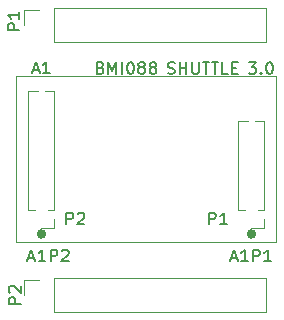
<source format=gbr>
%TF.GenerationSoftware,KiCad,Pcbnew,(7.0.0-0)*%
%TF.CreationDate,2023-10-19T00:03:18+09:00*%
%TF.ProjectId,shuttle-adaptor,73687574-746c-4652-9d61-646170746f72,rev?*%
%TF.SameCoordinates,Original*%
%TF.FileFunction,Legend,Top*%
%TF.FilePolarity,Positive*%
%FSLAX46Y46*%
G04 Gerber Fmt 4.6, Leading zero omitted, Abs format (unit mm)*
G04 Created by KiCad (PCBNEW (7.0.0-0)) date 2023-10-19 00:03:18*
%MOMM*%
%LPD*%
G01*
G04 APERTURE LIST*
%ADD10C,0.100000*%
%ADD11C,0.150000*%
%ADD12C,0.120000*%
%ADD13C,0.400000*%
G04 APERTURE END LIST*
D10*
X125730000Y-91440000D02*
X125730000Y-90170000D01*
X125730000Y-68580000D02*
X125730000Y-67310000D01*
X128250000Y-67127000D02*
X146250000Y-67127000D01*
X146250000Y-67127000D02*
X146250000Y-69996000D01*
X146250000Y-69996000D02*
X128250000Y-69996000D01*
X128250000Y-69996000D02*
X128250000Y-67127000D01*
X128250000Y-89987000D02*
X146250000Y-89987000D01*
X146250000Y-89987000D02*
X146250000Y-92856000D01*
X146250000Y-92856000D02*
X128250000Y-92856000D01*
X128250000Y-92856000D02*
X128250000Y-89987000D01*
X125730000Y-90170000D02*
X127000000Y-90170000D01*
X125730000Y-67310000D02*
X127000000Y-67310000D01*
D11*
%TO.C,A1*%
X126505714Y-72381666D02*
X126981904Y-72381666D01*
X126410476Y-72667380D02*
X126743809Y-71667380D01*
X126743809Y-71667380D02*
X127077142Y-72667380D01*
X127934285Y-72667380D02*
X127362857Y-72667380D01*
X127648571Y-72667380D02*
X127648571Y-71667380D01*
X127648571Y-71667380D02*
X127553333Y-71810238D01*
X127553333Y-71810238D02*
X127458095Y-71905476D01*
X127458095Y-71905476D02*
X127362857Y-71953095D01*
X143285476Y-88306666D02*
X143761666Y-88306666D01*
X143190238Y-88592380D02*
X143523571Y-87592380D01*
X143523571Y-87592380D02*
X143856904Y-88592380D01*
X144714047Y-88592380D02*
X144142619Y-88592380D01*
X144428333Y-88592380D02*
X144428333Y-87592380D01*
X144428333Y-87592380D02*
X144333095Y-87735238D01*
X144333095Y-87735238D02*
X144237857Y-87830476D01*
X144237857Y-87830476D02*
X144142619Y-87878095D01*
X145142619Y-88592380D02*
X145142619Y-87592380D01*
X145142619Y-87592380D02*
X145523571Y-87592380D01*
X145523571Y-87592380D02*
X145618809Y-87640000D01*
X145618809Y-87640000D02*
X145666428Y-87687619D01*
X145666428Y-87687619D02*
X145714047Y-87782857D01*
X145714047Y-87782857D02*
X145714047Y-87925714D01*
X145714047Y-87925714D02*
X145666428Y-88020952D01*
X145666428Y-88020952D02*
X145618809Y-88068571D01*
X145618809Y-88068571D02*
X145523571Y-88116190D01*
X145523571Y-88116190D02*
X145142619Y-88116190D01*
X146666428Y-88592380D02*
X146095000Y-88592380D01*
X146380714Y-88592380D02*
X146380714Y-87592380D01*
X146380714Y-87592380D02*
X146285476Y-87735238D01*
X146285476Y-87735238D02*
X146190238Y-87830476D01*
X146190238Y-87830476D02*
X146095000Y-87878095D01*
X141428095Y-85452380D02*
X141428095Y-84452380D01*
X141428095Y-84452380D02*
X141809047Y-84452380D01*
X141809047Y-84452380D02*
X141904285Y-84500000D01*
X141904285Y-84500000D02*
X141951904Y-84547619D01*
X141951904Y-84547619D02*
X141999523Y-84642857D01*
X141999523Y-84642857D02*
X141999523Y-84785714D01*
X141999523Y-84785714D02*
X141951904Y-84880952D01*
X141951904Y-84880952D02*
X141904285Y-84928571D01*
X141904285Y-84928571D02*
X141809047Y-84976190D01*
X141809047Y-84976190D02*
X141428095Y-84976190D01*
X142951904Y-85452380D02*
X142380476Y-85452380D01*
X142666190Y-85452380D02*
X142666190Y-84452380D01*
X142666190Y-84452380D02*
X142570952Y-84595238D01*
X142570952Y-84595238D02*
X142475714Y-84690476D01*
X142475714Y-84690476D02*
X142380476Y-84738095D01*
X132236428Y-72193571D02*
X132379285Y-72241190D01*
X132379285Y-72241190D02*
X132426904Y-72288809D01*
X132426904Y-72288809D02*
X132474523Y-72384047D01*
X132474523Y-72384047D02*
X132474523Y-72526904D01*
X132474523Y-72526904D02*
X132426904Y-72622142D01*
X132426904Y-72622142D02*
X132379285Y-72669761D01*
X132379285Y-72669761D02*
X132284047Y-72717380D01*
X132284047Y-72717380D02*
X131903095Y-72717380D01*
X131903095Y-72717380D02*
X131903095Y-71717380D01*
X131903095Y-71717380D02*
X132236428Y-71717380D01*
X132236428Y-71717380D02*
X132331666Y-71765000D01*
X132331666Y-71765000D02*
X132379285Y-71812619D01*
X132379285Y-71812619D02*
X132426904Y-71907857D01*
X132426904Y-71907857D02*
X132426904Y-72003095D01*
X132426904Y-72003095D02*
X132379285Y-72098333D01*
X132379285Y-72098333D02*
X132331666Y-72145952D01*
X132331666Y-72145952D02*
X132236428Y-72193571D01*
X132236428Y-72193571D02*
X131903095Y-72193571D01*
X132903095Y-72717380D02*
X132903095Y-71717380D01*
X132903095Y-71717380D02*
X133236428Y-72431666D01*
X133236428Y-72431666D02*
X133569761Y-71717380D01*
X133569761Y-71717380D02*
X133569761Y-72717380D01*
X134045952Y-72717380D02*
X134045952Y-71717380D01*
X134712618Y-71717380D02*
X134807856Y-71717380D01*
X134807856Y-71717380D02*
X134903094Y-71765000D01*
X134903094Y-71765000D02*
X134950713Y-71812619D01*
X134950713Y-71812619D02*
X134998332Y-71907857D01*
X134998332Y-71907857D02*
X135045951Y-72098333D01*
X135045951Y-72098333D02*
X135045951Y-72336428D01*
X135045951Y-72336428D02*
X134998332Y-72526904D01*
X134998332Y-72526904D02*
X134950713Y-72622142D01*
X134950713Y-72622142D02*
X134903094Y-72669761D01*
X134903094Y-72669761D02*
X134807856Y-72717380D01*
X134807856Y-72717380D02*
X134712618Y-72717380D01*
X134712618Y-72717380D02*
X134617380Y-72669761D01*
X134617380Y-72669761D02*
X134569761Y-72622142D01*
X134569761Y-72622142D02*
X134522142Y-72526904D01*
X134522142Y-72526904D02*
X134474523Y-72336428D01*
X134474523Y-72336428D02*
X134474523Y-72098333D01*
X134474523Y-72098333D02*
X134522142Y-71907857D01*
X134522142Y-71907857D02*
X134569761Y-71812619D01*
X134569761Y-71812619D02*
X134617380Y-71765000D01*
X134617380Y-71765000D02*
X134712618Y-71717380D01*
X135617380Y-72145952D02*
X135522142Y-72098333D01*
X135522142Y-72098333D02*
X135474523Y-72050714D01*
X135474523Y-72050714D02*
X135426904Y-71955476D01*
X135426904Y-71955476D02*
X135426904Y-71907857D01*
X135426904Y-71907857D02*
X135474523Y-71812619D01*
X135474523Y-71812619D02*
X135522142Y-71765000D01*
X135522142Y-71765000D02*
X135617380Y-71717380D01*
X135617380Y-71717380D02*
X135807856Y-71717380D01*
X135807856Y-71717380D02*
X135903094Y-71765000D01*
X135903094Y-71765000D02*
X135950713Y-71812619D01*
X135950713Y-71812619D02*
X135998332Y-71907857D01*
X135998332Y-71907857D02*
X135998332Y-71955476D01*
X135998332Y-71955476D02*
X135950713Y-72050714D01*
X135950713Y-72050714D02*
X135903094Y-72098333D01*
X135903094Y-72098333D02*
X135807856Y-72145952D01*
X135807856Y-72145952D02*
X135617380Y-72145952D01*
X135617380Y-72145952D02*
X135522142Y-72193571D01*
X135522142Y-72193571D02*
X135474523Y-72241190D01*
X135474523Y-72241190D02*
X135426904Y-72336428D01*
X135426904Y-72336428D02*
X135426904Y-72526904D01*
X135426904Y-72526904D02*
X135474523Y-72622142D01*
X135474523Y-72622142D02*
X135522142Y-72669761D01*
X135522142Y-72669761D02*
X135617380Y-72717380D01*
X135617380Y-72717380D02*
X135807856Y-72717380D01*
X135807856Y-72717380D02*
X135903094Y-72669761D01*
X135903094Y-72669761D02*
X135950713Y-72622142D01*
X135950713Y-72622142D02*
X135998332Y-72526904D01*
X135998332Y-72526904D02*
X135998332Y-72336428D01*
X135998332Y-72336428D02*
X135950713Y-72241190D01*
X135950713Y-72241190D02*
X135903094Y-72193571D01*
X135903094Y-72193571D02*
X135807856Y-72145952D01*
X136569761Y-72145952D02*
X136474523Y-72098333D01*
X136474523Y-72098333D02*
X136426904Y-72050714D01*
X136426904Y-72050714D02*
X136379285Y-71955476D01*
X136379285Y-71955476D02*
X136379285Y-71907857D01*
X136379285Y-71907857D02*
X136426904Y-71812619D01*
X136426904Y-71812619D02*
X136474523Y-71765000D01*
X136474523Y-71765000D02*
X136569761Y-71717380D01*
X136569761Y-71717380D02*
X136760237Y-71717380D01*
X136760237Y-71717380D02*
X136855475Y-71765000D01*
X136855475Y-71765000D02*
X136903094Y-71812619D01*
X136903094Y-71812619D02*
X136950713Y-71907857D01*
X136950713Y-71907857D02*
X136950713Y-71955476D01*
X136950713Y-71955476D02*
X136903094Y-72050714D01*
X136903094Y-72050714D02*
X136855475Y-72098333D01*
X136855475Y-72098333D02*
X136760237Y-72145952D01*
X136760237Y-72145952D02*
X136569761Y-72145952D01*
X136569761Y-72145952D02*
X136474523Y-72193571D01*
X136474523Y-72193571D02*
X136426904Y-72241190D01*
X136426904Y-72241190D02*
X136379285Y-72336428D01*
X136379285Y-72336428D02*
X136379285Y-72526904D01*
X136379285Y-72526904D02*
X136426904Y-72622142D01*
X136426904Y-72622142D02*
X136474523Y-72669761D01*
X136474523Y-72669761D02*
X136569761Y-72717380D01*
X136569761Y-72717380D02*
X136760237Y-72717380D01*
X136760237Y-72717380D02*
X136855475Y-72669761D01*
X136855475Y-72669761D02*
X136903094Y-72622142D01*
X136903094Y-72622142D02*
X136950713Y-72526904D01*
X136950713Y-72526904D02*
X136950713Y-72336428D01*
X136950713Y-72336428D02*
X136903094Y-72241190D01*
X136903094Y-72241190D02*
X136855475Y-72193571D01*
X136855475Y-72193571D02*
X136760237Y-72145952D01*
X137931666Y-72669761D02*
X138074523Y-72717380D01*
X138074523Y-72717380D02*
X138312618Y-72717380D01*
X138312618Y-72717380D02*
X138407856Y-72669761D01*
X138407856Y-72669761D02*
X138455475Y-72622142D01*
X138455475Y-72622142D02*
X138503094Y-72526904D01*
X138503094Y-72526904D02*
X138503094Y-72431666D01*
X138503094Y-72431666D02*
X138455475Y-72336428D01*
X138455475Y-72336428D02*
X138407856Y-72288809D01*
X138407856Y-72288809D02*
X138312618Y-72241190D01*
X138312618Y-72241190D02*
X138122142Y-72193571D01*
X138122142Y-72193571D02*
X138026904Y-72145952D01*
X138026904Y-72145952D02*
X137979285Y-72098333D01*
X137979285Y-72098333D02*
X137931666Y-72003095D01*
X137931666Y-72003095D02*
X137931666Y-71907857D01*
X137931666Y-71907857D02*
X137979285Y-71812619D01*
X137979285Y-71812619D02*
X138026904Y-71765000D01*
X138026904Y-71765000D02*
X138122142Y-71717380D01*
X138122142Y-71717380D02*
X138360237Y-71717380D01*
X138360237Y-71717380D02*
X138503094Y-71765000D01*
X138931666Y-72717380D02*
X138931666Y-71717380D01*
X138931666Y-72193571D02*
X139503094Y-72193571D01*
X139503094Y-72717380D02*
X139503094Y-71717380D01*
X139979285Y-71717380D02*
X139979285Y-72526904D01*
X139979285Y-72526904D02*
X140026904Y-72622142D01*
X140026904Y-72622142D02*
X140074523Y-72669761D01*
X140074523Y-72669761D02*
X140169761Y-72717380D01*
X140169761Y-72717380D02*
X140360237Y-72717380D01*
X140360237Y-72717380D02*
X140455475Y-72669761D01*
X140455475Y-72669761D02*
X140503094Y-72622142D01*
X140503094Y-72622142D02*
X140550713Y-72526904D01*
X140550713Y-72526904D02*
X140550713Y-71717380D01*
X140884047Y-71717380D02*
X141455475Y-71717380D01*
X141169761Y-72717380D02*
X141169761Y-71717380D01*
X141645952Y-71717380D02*
X142217380Y-71717380D01*
X141931666Y-72717380D02*
X141931666Y-71717380D01*
X143026904Y-72717380D02*
X142550714Y-72717380D01*
X142550714Y-72717380D02*
X142550714Y-71717380D01*
X143360238Y-72193571D02*
X143693571Y-72193571D01*
X143836428Y-72717380D02*
X143360238Y-72717380D01*
X143360238Y-72717380D02*
X143360238Y-71717380D01*
X143360238Y-71717380D02*
X143836428Y-71717380D01*
X144769762Y-71717380D02*
X145388809Y-71717380D01*
X145388809Y-71717380D02*
X145055476Y-72098333D01*
X145055476Y-72098333D02*
X145198333Y-72098333D01*
X145198333Y-72098333D02*
X145293571Y-72145952D01*
X145293571Y-72145952D02*
X145341190Y-72193571D01*
X145341190Y-72193571D02*
X145388809Y-72288809D01*
X145388809Y-72288809D02*
X145388809Y-72526904D01*
X145388809Y-72526904D02*
X145341190Y-72622142D01*
X145341190Y-72622142D02*
X145293571Y-72669761D01*
X145293571Y-72669761D02*
X145198333Y-72717380D01*
X145198333Y-72717380D02*
X144912619Y-72717380D01*
X144912619Y-72717380D02*
X144817381Y-72669761D01*
X144817381Y-72669761D02*
X144769762Y-72622142D01*
X145817381Y-72622142D02*
X145865000Y-72669761D01*
X145865000Y-72669761D02*
X145817381Y-72717380D01*
X145817381Y-72717380D02*
X145769762Y-72669761D01*
X145769762Y-72669761D02*
X145817381Y-72622142D01*
X145817381Y-72622142D02*
X145817381Y-72717380D01*
X146484047Y-71717380D02*
X146579285Y-71717380D01*
X146579285Y-71717380D02*
X146674523Y-71765000D01*
X146674523Y-71765000D02*
X146722142Y-71812619D01*
X146722142Y-71812619D02*
X146769761Y-71907857D01*
X146769761Y-71907857D02*
X146817380Y-72098333D01*
X146817380Y-72098333D02*
X146817380Y-72336428D01*
X146817380Y-72336428D02*
X146769761Y-72526904D01*
X146769761Y-72526904D02*
X146722142Y-72622142D01*
X146722142Y-72622142D02*
X146674523Y-72669761D01*
X146674523Y-72669761D02*
X146579285Y-72717380D01*
X146579285Y-72717380D02*
X146484047Y-72717380D01*
X146484047Y-72717380D02*
X146388809Y-72669761D01*
X146388809Y-72669761D02*
X146341190Y-72622142D01*
X146341190Y-72622142D02*
X146293571Y-72526904D01*
X146293571Y-72526904D02*
X146245952Y-72336428D01*
X146245952Y-72336428D02*
X146245952Y-72098333D01*
X146245952Y-72098333D02*
X146293571Y-71907857D01*
X146293571Y-71907857D02*
X146341190Y-71812619D01*
X146341190Y-71812619D02*
X146388809Y-71765000D01*
X146388809Y-71765000D02*
X146484047Y-71717380D01*
X126140476Y-88306666D02*
X126616666Y-88306666D01*
X126045238Y-88592380D02*
X126378571Y-87592380D01*
X126378571Y-87592380D02*
X126711904Y-88592380D01*
X127569047Y-88592380D02*
X126997619Y-88592380D01*
X127283333Y-88592380D02*
X127283333Y-87592380D01*
X127283333Y-87592380D02*
X127188095Y-87735238D01*
X127188095Y-87735238D02*
X127092857Y-87830476D01*
X127092857Y-87830476D02*
X126997619Y-87878095D01*
X127997619Y-88592380D02*
X127997619Y-87592380D01*
X127997619Y-87592380D02*
X128378571Y-87592380D01*
X128378571Y-87592380D02*
X128473809Y-87640000D01*
X128473809Y-87640000D02*
X128521428Y-87687619D01*
X128521428Y-87687619D02*
X128569047Y-87782857D01*
X128569047Y-87782857D02*
X128569047Y-87925714D01*
X128569047Y-87925714D02*
X128521428Y-88020952D01*
X128521428Y-88020952D02*
X128473809Y-88068571D01*
X128473809Y-88068571D02*
X128378571Y-88116190D01*
X128378571Y-88116190D02*
X127997619Y-88116190D01*
X128950000Y-87687619D02*
X128997619Y-87640000D01*
X128997619Y-87640000D02*
X129092857Y-87592380D01*
X129092857Y-87592380D02*
X129330952Y-87592380D01*
X129330952Y-87592380D02*
X129426190Y-87640000D01*
X129426190Y-87640000D02*
X129473809Y-87687619D01*
X129473809Y-87687619D02*
X129521428Y-87782857D01*
X129521428Y-87782857D02*
X129521428Y-87878095D01*
X129521428Y-87878095D02*
X129473809Y-88020952D01*
X129473809Y-88020952D02*
X128902381Y-88592380D01*
X128902381Y-88592380D02*
X129521428Y-88592380D01*
X129348095Y-85452380D02*
X129348095Y-84452380D01*
X129348095Y-84452380D02*
X129729047Y-84452380D01*
X129729047Y-84452380D02*
X129824285Y-84500000D01*
X129824285Y-84500000D02*
X129871904Y-84547619D01*
X129871904Y-84547619D02*
X129919523Y-84642857D01*
X129919523Y-84642857D02*
X129919523Y-84785714D01*
X129919523Y-84785714D02*
X129871904Y-84880952D01*
X129871904Y-84880952D02*
X129824285Y-84928571D01*
X129824285Y-84928571D02*
X129729047Y-84976190D01*
X129729047Y-84976190D02*
X129348095Y-84976190D01*
X130300476Y-84547619D02*
X130348095Y-84500000D01*
X130348095Y-84500000D02*
X130443333Y-84452380D01*
X130443333Y-84452380D02*
X130681428Y-84452380D01*
X130681428Y-84452380D02*
X130776666Y-84500000D01*
X130776666Y-84500000D02*
X130824285Y-84547619D01*
X130824285Y-84547619D02*
X130871904Y-84642857D01*
X130871904Y-84642857D02*
X130871904Y-84738095D01*
X130871904Y-84738095D02*
X130824285Y-84880952D01*
X130824285Y-84880952D02*
X130252857Y-85452380D01*
X130252857Y-85452380D02*
X130871904Y-85452380D01*
%TO.C,P1*%
X125367380Y-68988094D02*
X124367380Y-68988094D01*
X124367380Y-68988094D02*
X124367380Y-68607142D01*
X124367380Y-68607142D02*
X124415000Y-68511904D01*
X124415000Y-68511904D02*
X124462619Y-68464285D01*
X124462619Y-68464285D02*
X124557857Y-68416666D01*
X124557857Y-68416666D02*
X124700714Y-68416666D01*
X124700714Y-68416666D02*
X124795952Y-68464285D01*
X124795952Y-68464285D02*
X124843571Y-68511904D01*
X124843571Y-68511904D02*
X124891190Y-68607142D01*
X124891190Y-68607142D02*
X124891190Y-68988094D01*
X125367380Y-67464285D02*
X125367380Y-68035713D01*
X125367380Y-67749999D02*
X124367380Y-67749999D01*
X124367380Y-67749999D02*
X124510238Y-67845237D01*
X124510238Y-67845237D02*
X124605476Y-67940475D01*
X124605476Y-67940475D02*
X124653095Y-68035713D01*
%TO.C,P2*%
X125462380Y-92178094D02*
X124462380Y-92178094D01*
X124462380Y-92178094D02*
X124462380Y-91797142D01*
X124462380Y-91797142D02*
X124510000Y-91701904D01*
X124510000Y-91701904D02*
X124557619Y-91654285D01*
X124557619Y-91654285D02*
X124652857Y-91606666D01*
X124652857Y-91606666D02*
X124795714Y-91606666D01*
X124795714Y-91606666D02*
X124890952Y-91654285D01*
X124890952Y-91654285D02*
X124938571Y-91701904D01*
X124938571Y-91701904D02*
X124986190Y-91797142D01*
X124986190Y-91797142D02*
X124986190Y-92178094D01*
X124557619Y-91225713D02*
X124510000Y-91178094D01*
X124510000Y-91178094D02*
X124462380Y-91082856D01*
X124462380Y-91082856D02*
X124462380Y-90844761D01*
X124462380Y-90844761D02*
X124510000Y-90749523D01*
X124510000Y-90749523D02*
X124557619Y-90701904D01*
X124557619Y-90701904D02*
X124652857Y-90654285D01*
X124652857Y-90654285D02*
X124748095Y-90654285D01*
X124748095Y-90654285D02*
X124890952Y-90701904D01*
X124890952Y-90701904D02*
X125462380Y-91273332D01*
X125462380Y-91273332D02*
X125462380Y-90654285D01*
D12*
%TO.C,A1*%
X126110000Y-84240000D02*
X126110000Y-74145000D01*
X126656529Y-84240000D02*
X126110000Y-84240000D01*
X126912470Y-74145000D02*
X126110000Y-74145000D01*
X128330000Y-74145000D02*
X127527530Y-74145000D01*
X128330000Y-84240000D02*
X127783471Y-84240000D01*
X128330000Y-84240000D02*
X128330000Y-74145000D01*
X128330000Y-85000000D02*
X128330000Y-85760000D01*
X128330000Y-85760000D02*
X127220000Y-85760000D01*
X143890000Y-84240000D02*
X143890000Y-76685000D01*
X144436529Y-84240000D02*
X143890000Y-84240000D01*
X144692470Y-76685000D02*
X143890000Y-76685000D01*
X146110000Y-76685000D02*
X145307530Y-76685000D01*
X146110000Y-84240000D02*
X145563471Y-84240000D01*
X146110000Y-84240000D02*
X146110000Y-76685000D01*
X146110000Y-85000000D02*
X146110000Y-85760000D01*
X146110000Y-85760000D02*
X145000000Y-85760000D01*
X125110000Y-72920000D02*
X147110000Y-72920000D01*
X147110000Y-72920000D02*
X147110000Y-86920000D01*
X147110000Y-86920000D02*
X125110000Y-86920000D01*
X125110000Y-86920000D02*
X125110000Y-72920000D01*
D13*
X127420000Y-86270000D02*
G75*
G03*
X127420000Y-86270000I-200000J0D01*
G01*
X145200000Y-86270000D02*
G75*
G03*
X145200000Y-86270000I-200000J0D01*
G01*
%TD*%
M02*

</source>
